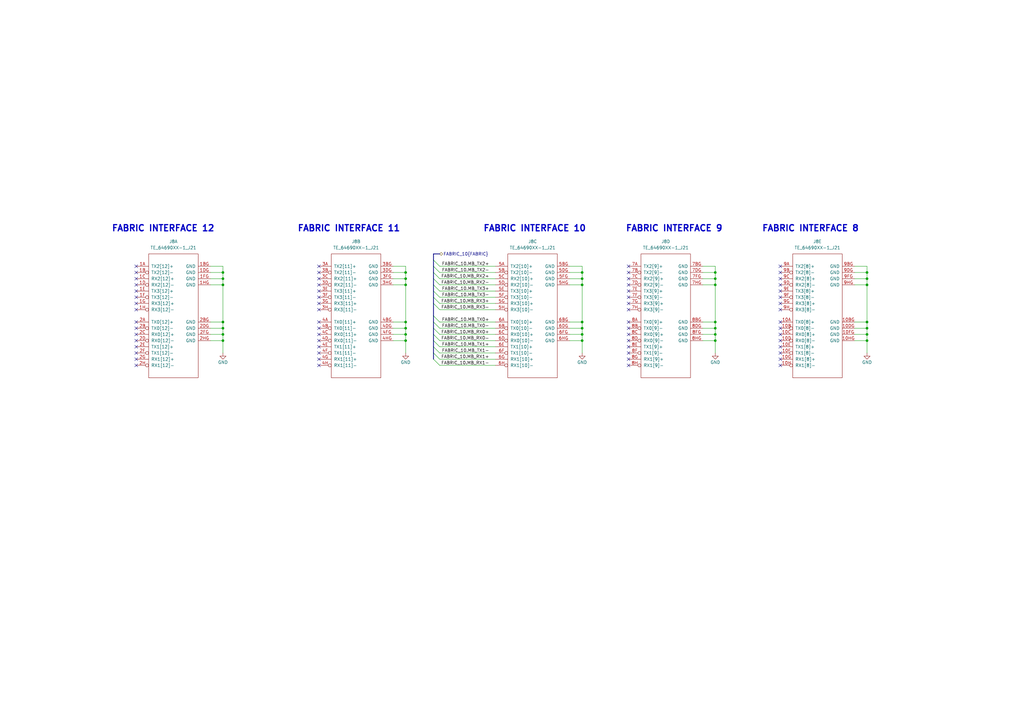
<source format=kicad_sch>
(kicad_sch (version 20211123) (generator eeschema)
  (paper "A3")
  (title_block (title "ATCA Template") (date "2023-01-05") (rev "1.0") (company "Karlsruhe Institute of Technology (KIT)") (comment 1 "Carsten Schmerbeck") (comment 2 "Luis Ardila") (comment 4 "Licensed under CERN-OHL-P v2"))
  (junction (at 293.37 114.3))
  (junction (at 166.37 132.08))
  (junction (at 238.76 134.62))
  (junction (at 91.44 139.7))
  (junction (at 355.6 134.62))
  (junction (at 166.37 139.7))
  (junction (at 293.37 111.76))
  (junction (at 238.76 114.3))
  (junction (at 238.76 137.16))
  (junction (at 238.76 132.08))
  (junction (at 91.44 134.62))
  (junction (at 293.37 116.84))
  (junction (at 238.76 111.76))
  (junction (at 166.37 114.3))
  (junction (at 238.76 116.84))
  (junction (at 91.44 132.08))
  (junction (at 91.44 137.16))
  (junction (at 91.44 116.84))
  (junction (at 355.6 137.16))
  (junction (at 293.37 132.08))
  (junction (at 355.6 114.3))
  (junction (at 355.6 111.76))
  (junction (at 166.37 137.16))
  (junction (at 91.44 111.76))
  (junction (at 91.44 114.3))
  (junction (at 166.37 134.62))
  (junction (at 238.76 139.7))
  (junction (at 355.6 132.08))
  (junction (at 355.6 116.84))
  (junction (at 293.37 139.7))
  (junction (at 293.37 134.62))
  (junction (at 355.6 139.7))
  (junction (at 293.37 137.16))
  (junction (at 166.37 116.84))
  (junction (at 166.37 111.76))
  (no_connect (at 130.81 116.84))
  (no_connect (at 55.88 111.76))
  (no_connect (at 130.81 111.76))
  (no_connect (at 55.88 149.86))
  (no_connect (at 55.88 132.08))
  (no_connect (at 257.81 142.24))
  (no_connect (at 257.81 116.84))
  (no_connect (at 257.81 109.22))
  (no_connect (at 130.81 147.32))
  (no_connect (at 130.81 139.7))
  (no_connect (at 55.88 124.46))
  (no_connect (at 130.81 121.92))
  (no_connect (at 320.04 142.24))
  (no_connect (at 55.88 127))
  (no_connect (at 130.81 124.46))
  (no_connect (at 257.81 132.08))
  (no_connect (at 55.88 134.62))
  (no_connect (at 130.81 144.78))
  (no_connect (at 320.04 111.76))
  (no_connect (at 320.04 127))
  (no_connect (at 55.88 114.3))
  (no_connect (at 257.81 111.76))
  (no_connect (at 320.04 114.3))
  (no_connect (at 55.88 116.84))
  (no_connect (at 320.04 149.86))
  (no_connect (at 257.81 139.7))
  (no_connect (at 130.81 132.08))
  (no_connect (at 55.88 121.92))
  (no_connect (at 320.04 147.32))
  (no_connect (at 320.04 144.78))
  (no_connect (at 55.88 147.32))
  (no_connect (at 55.88 142.24))
  (no_connect (at 130.81 137.16))
  (no_connect (at 257.81 121.92))
  (no_connect (at 130.81 119.38))
  (no_connect (at 320.04 121.92))
  (no_connect (at 320.04 116.84))
  (no_connect (at 320.04 134.62))
  (no_connect (at 257.81 144.78))
  (no_connect (at 130.81 114.3))
  (no_connect (at 55.88 119.38))
  (no_connect (at 130.81 149.86))
  (no_connect (at 320.04 124.46))
  (no_connect (at 257.81 149.86))
  (no_connect (at 257.81 114.3))
  (no_connect (at 257.81 134.62))
  (no_connect (at 130.81 109.22))
  (no_connect (at 257.81 124.46))
  (no_connect (at 320.04 109.22))
  (no_connect (at 320.04 139.7))
  (no_connect (at 130.81 142.24))
  (no_connect (at 320.04 137.16))
  (no_connect (at 257.81 119.38))
  (no_connect (at 55.88 137.16))
  (no_connect (at 130.81 127))
  (no_connect (at 55.88 144.78))
  (no_connect (at 320.04 132.08))
  (no_connect (at 257.81 137.16))
  (no_connect (at 320.04 119.38))
  (no_connect (at 257.81 147.32))
  (no_connect (at 257.81 127))
  (no_connect (at 55.88 109.22))
  (no_connect (at 130.81 134.62))
  (no_connect (at 55.88 139.7))
  (bus_entry (at 177.8 114.3) (size 2.54 2.54))
  (bus_entry (at 177.8 124.46) (size 2.54 2.54))
  (bus_entry (at 177.8 119.38) (size 2.54 2.54))
  (bus_entry (at 177.8 147.32) (size 2.54 2.54))
  (bus_entry (at 177.8 121.92) (size 2.54 2.54))
  (bus_entry (at 177.8 139.7) (size 2.54 2.54))
  (bus_entry (at 177.8 129.54) (size 2.54 2.54))
  (bus_entry (at 177.8 137.16) (size 2.54 2.54))
  (bus_entry (at 177.8 111.76) (size 2.54 2.54))
  (bus_entry (at 177.8 134.62) (size 2.54 2.54))
  (bus_entry (at 177.8 144.78) (size 2.54 2.54))
  (bus_entry (at 177.8 142.24) (size 2.54 2.54))
  (bus_entry (at 177.8 109.22) (size 2.54 2.54))
  (bus_entry (at 177.8 116.84) (size 2.54 2.54))
  (bus_entry (at 177.8 132.08) (size 2.54 2.54))
  (bus_entry (at 177.8 106.68) (size 2.54 2.54))
  (bus (pts (xy 177.8 116.84) (xy 177.8 114.3)))
  (wire (pts (xy 355.6 109.22) (xy 355.6 111.76)))
  (wire (pts (xy 288.29 114.3) (xy 293.37 114.3)))
  (wire (pts (xy 86.36 111.76) (xy 91.44 111.76)))
  (wire (pts (xy 288.29 111.76) (xy 293.37 111.76)))
  (wire (pts (xy 293.37 139.7) (xy 293.37 144.78)))
  (wire (pts (xy 180.34 149.86) (xy 203.2 149.86)))
  (wire (pts (xy 355.6 137.16) (xy 355.6 139.7)))
  (wire (pts (xy 91.44 114.3) (xy 91.44 116.84)))
  (wire (pts (xy 350.52 116.84) (xy 355.6 116.84)))
  (wire (pts (xy 166.37 111.76) (xy 166.37 114.3)))
  (wire (pts (xy 293.37 137.16) (xy 293.37 139.7)))
  (wire (pts (xy 293.37 109.22) (xy 293.37 111.76)))
  (bus (pts (xy 177.8 132.08) (xy 177.8 129.54)))
  (wire (pts (xy 233.68 114.3) (xy 238.76 114.3)))
  (wire (pts (xy 355.6 134.62) (xy 355.6 137.16)))
  (bus (pts (xy 177.8 121.92) (xy 177.8 119.38)))
  (wire (pts (xy 180.34 142.24) (xy 203.2 142.24)))
  (wire (pts (xy 288.29 137.16) (xy 293.37 137.16)))
  (wire (pts (xy 293.37 111.76) (xy 293.37 114.3)))
  (wire (pts (xy 166.37 134.62) (xy 166.37 137.16)))
  (bus (pts (xy 177.8 114.3) (xy 177.8 111.76)))
  (bus (pts (xy 177.8 137.16) (xy 177.8 134.62)))
  (wire (pts (xy 91.44 109.22) (xy 91.44 111.76)))
  (bus (pts (xy 177.8 104.14) (xy 180.34 104.14)))
  (wire (pts (xy 180.34 139.7) (xy 203.2 139.7)))
  (wire (pts (xy 161.29 139.7) (xy 166.37 139.7)))
  (wire (pts (xy 91.44 139.7) (xy 91.44 144.78)))
  (bus (pts (xy 177.8 134.62) (xy 177.8 132.08)))
  (wire (pts (xy 350.52 109.22) (xy 355.6 109.22)))
  (wire (pts (xy 355.6 132.08) (xy 355.6 134.62)))
  (wire (pts (xy 233.68 139.7) (xy 238.76 139.7)))
  (wire (pts (xy 86.36 132.08) (xy 91.44 132.08)))
  (wire (pts (xy 233.68 109.22) (xy 238.76 109.22)))
  (wire (pts (xy 288.29 134.62) (xy 293.37 134.62)))
  (wire (pts (xy 166.37 137.16) (xy 166.37 139.7)))
  (wire (pts (xy 350.52 114.3) (xy 355.6 114.3)))
  (wire (pts (xy 91.44 137.16) (xy 91.44 139.7)))
  (wire (pts (xy 288.29 132.08) (xy 293.37 132.08)))
  (wire (pts (xy 91.44 116.84) (xy 91.44 132.08)))
  (wire (pts (xy 238.76 137.16) (xy 238.76 139.7)))
  (wire (pts (xy 180.34 111.76) (xy 203.2 111.76)))
  (wire (pts (xy 91.44 132.08) (xy 91.44 134.62)))
  (wire (pts (xy 180.34 127) (xy 203.2 127)))
  (wire (pts (xy 293.37 134.62) (xy 293.37 137.16)))
  (wire (pts (xy 180.34 137.16) (xy 203.2 137.16)))
  (wire (pts (xy 288.29 116.84) (xy 293.37 116.84)))
  (wire (pts (xy 161.29 109.22) (xy 166.37 109.22)))
  (wire (pts (xy 161.29 134.62) (xy 166.37 134.62)))
  (wire (pts (xy 161.29 114.3) (xy 166.37 114.3)))
  (wire (pts (xy 166.37 139.7) (xy 166.37 144.78)))
  (wire (pts (xy 238.76 116.84) (xy 238.76 132.08)))
  (wire (pts (xy 166.37 132.08) (xy 166.37 134.62)))
  (wire (pts (xy 180.34 147.32) (xy 203.2 147.32)))
  (wire (pts (xy 355.6 116.84) (xy 355.6 132.08)))
  (wire (pts (xy 86.36 134.62) (xy 91.44 134.62)))
  (wire (pts (xy 233.68 132.08) (xy 238.76 132.08)))
  (wire (pts (xy 86.36 109.22) (xy 91.44 109.22)))
  (wire (pts (xy 161.29 132.08) (xy 166.37 132.08)))
  (wire (pts (xy 86.36 114.3) (xy 91.44 114.3)))
  (wire (pts (xy 350.52 137.16) (xy 355.6 137.16)))
  (wire (pts (xy 350.52 132.08) (xy 355.6 132.08)))
  (wire (pts (xy 233.68 116.84) (xy 238.76 116.84)))
  (bus (pts (xy 177.8 109.22) (xy 177.8 106.68)))
  (wire (pts (xy 355.6 114.3) (xy 355.6 116.84)))
  (wire (pts (xy 233.68 134.62) (xy 238.76 134.62)))
  (wire (pts (xy 180.34 144.78) (xy 203.2 144.78)))
  (wire (pts (xy 238.76 139.7) (xy 238.76 144.78)))
  (wire (pts (xy 161.29 137.16) (xy 166.37 137.16)))
  (wire (pts (xy 355.6 111.76) (xy 355.6 114.3)))
  (wire (pts (xy 293.37 132.08) (xy 293.37 134.62)))
  (wire (pts (xy 180.34 121.92) (xy 203.2 121.92)))
  (wire (pts (xy 86.36 116.84) (xy 91.44 116.84)))
  (wire (pts (xy 161.29 111.76) (xy 166.37 111.76)))
  (bus (pts (xy 177.8 144.78) (xy 177.8 142.24)))
  (wire (pts (xy 86.36 137.16) (xy 91.44 137.16)))
  (wire (pts (xy 161.29 116.84) (xy 166.37 116.84)))
  (wire (pts (xy 180.34 109.22) (xy 203.2 109.22)))
  (wire (pts (xy 238.76 114.3) (xy 238.76 116.84)))
  (wire (pts (xy 180.34 116.84) (xy 203.2 116.84)))
  (bus (pts (xy 177.8 142.24) (xy 177.8 139.7)))
  (bus (pts (xy 177.8 119.38) (xy 177.8 116.84)))
  (wire (pts (xy 293.37 116.84) (xy 293.37 132.08)))
  (wire (pts (xy 233.68 111.76) (xy 238.76 111.76)))
  (wire (pts (xy 91.44 134.62) (xy 91.44 137.16)))
  (wire (pts (xy 293.37 114.3) (xy 293.37 116.84)))
  (bus (pts (xy 177.8 129.54) (xy 177.8 124.46)))
  (wire (pts (xy 288.29 109.22) (xy 293.37 109.22)))
  (wire (pts (xy 238.76 132.08) (xy 238.76 134.62)))
  (wire (pts (xy 238.76 134.62) (xy 238.76 137.16)))
  (wire (pts (xy 350.52 139.7) (xy 355.6 139.7)))
  (bus (pts (xy 177.8 147.32) (xy 177.8 144.78)))
  (wire (pts (xy 166.37 114.3) (xy 166.37 116.84)))
  (wire (pts (xy 180.34 134.62) (xy 203.2 134.62)))
  (wire (pts (xy 166.37 116.84) (xy 166.37 132.08)))
  (wire (pts (xy 86.36 139.7) (xy 91.44 139.7)))
  (wire (pts (xy 355.6 139.7) (xy 355.6 144.78)))
  (wire (pts (xy 180.34 132.08) (xy 203.2 132.08)))
  (wire (pts (xy 350.52 134.62) (xy 355.6 134.62)))
  (bus (pts (xy 177.8 106.68) (xy 177.8 104.14)))
  (wire (pts (xy 288.29 139.7) (xy 293.37 139.7)))
  (wire (pts (xy 91.44 111.76) (xy 91.44 114.3)))
  (wire (pts (xy 238.76 111.76) (xy 238.76 114.3)))
  (wire (pts (xy 180.34 124.46) (xy 203.2 124.46)))
  (bus (pts (xy 177.8 124.46) (xy 177.8 121.92)))
  (wire (pts (xy 166.37 109.22) (xy 166.37 111.76)))
  (wire (pts (xy 180.34 114.3) (xy 203.2 114.3)))
  (wire (pts (xy 233.68 137.16) (xy 238.76 137.16)))
  (wire (pts (xy 350.52 111.76) (xy 355.6 111.76)))
  (bus (pts (xy 177.8 111.76) (xy 177.8 109.22)))
  (bus (pts (xy 177.8 139.7) (xy 177.8 137.16)))
  (wire (pts (xy 238.76 109.22) (xy 238.76 111.76)))
  (wire (pts (xy 180.34 119.38) (xy 203.2 119.38)))
  (text "FABRIC INTERFACE 9" (at 256.54 95.25 0) (effects (font (size 2.54 2.54) (thickness 0.508) bold) (justify left bottom)))
  (text "FABRIC INTERFACE 12" (at 45.72 95.25 0) (effects (font (size 2.54 2.54) (thickness 0.508) bold) (justify left bottom)))
  (text "FABRIC INTERFACE 11" (at 121.92 95.25 0) (effects (font (size 2.54 2.54) (thickness 0.508) bold) (justify left bottom)))
  (text "FABRIC INTERFACE 10" (at 198.12 95.25 0) (effects (font (size 2.54 2.54) (thickness 0.508) bold) (justify left bottom)))
  (text "FABRIC INTERFACE 8" (at 312.42 95.25 0) (effects (font (size 2.54 2.54) (thickness 0.508) bold) (justify left bottom)))
  (label "FABRIC_10.MB_RX0+" (at 200.66 137.16 180))
  (label "FABRIC_10.MB_TX1-" (at 200.66 144.78 180))
  (label "FABRIC_10.MB_TX0-" (at 200.66 134.62 180))
  (label "FABRIC_10.MB_RX2-" (at 200.66 116.84 180))
  (label "FABRIC_10.MB_TX2+" (at 200.66 109.22 180))
  (label "FABRIC_10.MB_RX3-" (at 200.66 127 180))
  (label "FABRIC_10.MB_TX2-" (at 200.66 111.76 180))
  (label "FABRIC_10.MB_TX3+" (at 200.66 119.38 180))
  (label "FABRIC_10.MB_RX0-" (at 200.66 139.7 180))
  (label "FABRIC_10.MB_TX1+" (at 200.66 142.24 180))
  (label "FABRIC_10.MB_RX3+" (at 200.66 124.46 180))
  (label "FABRIC_10.MB_RX1+" (at 200.66 147.32 180))
  (label "FABRIC_10.MB_RX1-" (at 200.66 149.86 180))
  (label "FABRIC_10.MB_TX3-" (at 200.66 121.92 180))
  (label "FABRIC_10.MB_TX0+" (at 200.66 132.08 180))
  (label "FABRIC_10.MB_RX2+" (at 200.66 114.3 180))
  (hierarchical_label "FABRIC_10{FABRIC}" (shape bidirectional) (at 180.34 104.14 0))
  (symbol (lib_id "power:GND") (at 355.6 144.78 0) (unit 1)
    (property "Reference" "#PWR0481" (effects hide))
    (property "Value" "GND" (at 355.6 148.59 0))
  )
  (symbol (lib_name "TE_64690XX-1_J21_3") (lib_id "KIT_Connector:TE_64690XX-1_J21") (at 335.28 129.54 0) (unit 5)
    (property "Reference" "J8" (at 335.28 99.06 0))
    (property "Value" "TE_64690XX-1_J21" (at 335.28 101.6 0))
    (property "Footprint" "KIT_Connector:TE_6469001-1" (effects hide))
    (property "Datasheet" "https://www.te.com/commerce/DocumentDelivery/DDEController?Action=srchrtrv&DocNm=6469001&DocType=Customer+Drawing&DocLang=English" (effects hide))
    (property "digikey#" "A121106-ND" (effects hide))
    (property "manf" "TE Connectivity" (effects hide))
    (property "manf#" "6469001-1" (effects hide))
    (property "mouser#" "571-6469001-1" (effects hide))
    (property "stock" "Serenity: 20" (effects hide))
  )
  (symbol (lib_id "power:GND") (at 293.37 144.78 0) (unit 1)
    (property "Reference" "#PWR0480" (effects hide))
    (property "Value" "GND" (at 293.37 148.59 0))
  )
  (symbol (lib_name "TE_64690XX-1_J21_2") (lib_id "KIT_Connector:TE_64690XX-1_J21") (at 146.05 129.54 0) (unit 2)
    (property "Reference" "J8" (at 146.05 99.06 0))
    (property "Value" "TE_64690XX-1_J21" (at 146.05 101.6 0))
    (property "Footprint" "KIT_Connector:TE_6469001-1" (effects hide))
    (property "Datasheet" "https://www.te.com/commerce/DocumentDelivery/DDEController?Action=srchrtrv&DocNm=6469001&DocType=Customer+Drawing&DocLang=English" (effects hide))
    (property "digikey#" "A121106-ND" (effects hide))
    (property "manf" "TE Connectivity" (effects hide))
    (property "manf#" "6469001-1" (effects hide))
    (property "mouser#" "571-6469001-1" (effects hide))
    (property "stock" "Serenity: 20" (effects hide))
  )
  (symbol (lib_id "KIT_Connector:TE_64690XX-1_J21") (at 218.44 129.54 0) (unit 3)
    (property "Reference" "J8" (at 218.44 99.06 0))
    (property "Value" "TE_64690XX-1_J21" (at 218.44 101.6 0))
    (property "Footprint" "KIT_Connector:TE_6469001-1" (effects hide))
    (property "Datasheet" "https://www.te.com/commerce/DocumentDelivery/DDEController?Action=srchrtrv&DocNm=6469001&DocType=Customer+Drawing&DocLang=English" (effects hide))
    (property "digikey#" "A121106-ND" (effects hide))
    (property "manf" "TE Connectivity" (effects hide))
    (property "manf#" "6469001-1" (effects hide))
    (property "mouser#" "571-6469001-1" (effects hide))
    (property "stock" "Serenity: 20" (effects hide))
  )
  (symbol (lib_name "TE_64690XX-1_J21_4") (lib_id "KIT_Connector:TE_64690XX-1_J21") (at 273.05 129.54 0) (unit 4)
    (property "Reference" "J8" (at 273.05 99.06 0))
    (property "Value" "TE_64690XX-1_J21" (at 273.05 101.6 0))
    (property "Footprint" "KIT_Connector:TE_6469001-1" (effects hide))
    (property "Datasheet" "https://www.te.com/commerce/DocumentDelivery/DDEController?Action=srchrtrv&DocNm=6469001&DocType=Customer+Drawing&DocLang=English" (effects hide))
    (property "digikey#" "A121106-ND" (effects hide))
    (property "manf" "TE Connectivity" (effects hide))
    (property "manf#" "6469001-1" (effects hide))
    (property "mouser#" "571-6469001-1" (effects hide))
    (property "stock" "Serenity: 20" (effects hide))
  )
  (symbol (lib_id "power:GND") (at 91.44 144.78 0) (unit 1)
    (property "Reference" "#PWR0291" (effects hide))
    (property "Value" "GND" (at 91.44 148.59 0))
  )
  (symbol (lib_id "power:GND") (at 238.76 144.78 0) (unit 1)
    (property "Reference" "#PWR0476" (effects hide))
    (property "Value" "GND" (at 238.76 148.59 0))
  )
  (symbol (lib_name "TE_64690XX-1_J21_1") (lib_id "KIT_Connector:TE_64690XX-1_J21") (at 71.12 129.54 0) (unit 1)
    (property "Reference" "J8" (at 71.12 99.06 0))
    (property "Value" "TE_64690XX-1_J21" (at 71.12 101.6 0))
    (property "Footprint" "KIT_Connector:TE_6469001-1" (effects hide))
    (property "Datasheet" "https://www.te.com/commerce/DocumentDelivery/DDEController?Action=srchrtrv&DocNm=6469001&DocType=Customer+Drawing&DocLang=English" (effects hide))
    (property "digikey#" "A121106-ND" (effects hide))
    (property "manf" "TE Connectivity" (effects hide))
    (property "manf#" "6469001-1" (effects hide))
    (property "mouser#" "571-6469001-1" (effects hide))
    (property "stock" "Serenity: 20" (effects hide))
  )
  (symbol (lib_id "power:GND") (at 166.37 144.78 0) (unit 1)
    (property "Reference" "#PWR0478" (effects hide))
    (property "Value" "GND" (at 166.37 148.59 0))
  )
)
</source>
